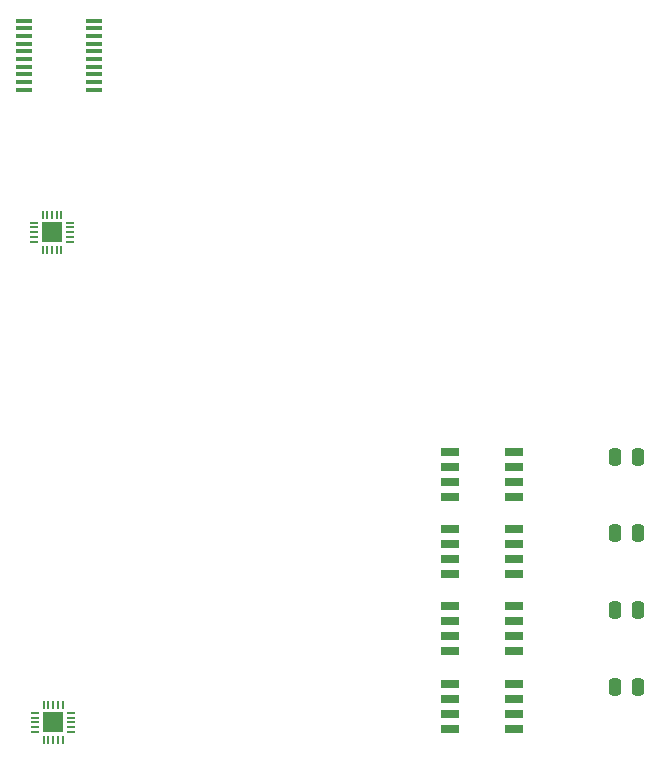
<source format=gtp>
%TF.GenerationSoftware,KiCad,Pcbnew,8.0.0*%
%TF.CreationDate,2024-04-16T18:42:12-05:00*%
%TF.ProjectId,BreakoutBoardPCB,42726561-6b6f-4757-9442-6f6172645043,rev?*%
%TF.SameCoordinates,Original*%
%TF.FileFunction,Paste,Top*%
%TF.FilePolarity,Positive*%
%FSLAX46Y46*%
G04 Gerber Fmt 4.6, Leading zero omitted, Abs format (unit mm)*
G04 Created by KiCad (PCBNEW 8.0.0) date 2024-04-16 18:42:12*
%MOMM*%
%LPD*%
G01*
G04 APERTURE LIST*
G04 Aperture macros list*
%AMRoundRect*
0 Rectangle with rounded corners*
0 $1 Rounding radius*
0 $2 $3 $4 $5 $6 $7 $8 $9 X,Y pos of 4 corners*
0 Add a 4 corners polygon primitive as box body*
4,1,4,$2,$3,$4,$5,$6,$7,$8,$9,$2,$3,0*
0 Add four circle primitives for the rounded corners*
1,1,$1+$1,$2,$3*
1,1,$1+$1,$4,$5*
1,1,$1+$1,$6,$7*
1,1,$1+$1,$8,$9*
0 Add four rect primitives between the rounded corners*
20,1,$1+$1,$2,$3,$4,$5,0*
20,1,$1+$1,$4,$5,$6,$7,0*
20,1,$1+$1,$6,$7,$8,$9,0*
20,1,$1+$1,$8,$9,$2,$3,0*%
G04 Aperture macros list end*
%ADD10C,0.164000*%
%ADD11R,0.800000X0.200000*%
%ADD12R,0.200000X0.800000*%
%ADD13R,1.800000X1.800000*%
%ADD14R,1.525000X0.650000*%
%ADD15R,1.475000X0.450000*%
%ADD16RoundRect,0.250000X-0.250000X-0.475000X0.250000X-0.475000X0.250000X0.475000X-0.250000X0.475000X0*%
G04 APERTURE END LIST*
D10*
X135500000Y-88000000D03*
X135000000Y-88000000D03*
X135500000Y-87500000D03*
X135000000Y-87500000D03*
D11*
X128000000Y-129800000D03*
X128000000Y-129400000D03*
X128000000Y-129000000D03*
X128000000Y-128600000D03*
X128000000Y-128200000D03*
D12*
X127300000Y-127500000D03*
X126900000Y-127500000D03*
X126500000Y-127500000D03*
X126100000Y-127500000D03*
X125700000Y-127500000D03*
D11*
X125000000Y-128200000D03*
X125000000Y-128600000D03*
X125000000Y-129000000D03*
X125000000Y-129400000D03*
X125000000Y-129800000D03*
D12*
X125700000Y-130500000D03*
X126100000Y-130500000D03*
X126500000Y-130500000D03*
X126900000Y-130500000D03*
X127300000Y-130500000D03*
D13*
X126500000Y-129000000D03*
D14*
X160076000Y-125730000D03*
X160076000Y-127000000D03*
X160076000Y-128270000D03*
X160076000Y-129540000D03*
X165500000Y-129540000D03*
X165500000Y-128270000D03*
X165500000Y-127000000D03*
X165500000Y-125730000D03*
X160076000Y-119180000D03*
X160076000Y-120450000D03*
X160076000Y-121720000D03*
X160076000Y-122990000D03*
X165500000Y-122990000D03*
X165500000Y-121720000D03*
X165500000Y-120450000D03*
X165500000Y-119180000D03*
X160076000Y-112630000D03*
X160076000Y-113900000D03*
X160076000Y-115170000D03*
X160076000Y-116440000D03*
X165500000Y-116440000D03*
X165500000Y-115170000D03*
X165500000Y-113900000D03*
X165500000Y-112630000D03*
X160076000Y-106080000D03*
X160076000Y-107350000D03*
X160076000Y-108620000D03*
X160076000Y-109890000D03*
X165500000Y-109890000D03*
X165500000Y-108620000D03*
X165500000Y-107350000D03*
X165500000Y-106080000D03*
D11*
X127900000Y-88300000D03*
X127900000Y-87900000D03*
X127900000Y-87500000D03*
X127900000Y-87100000D03*
X127900000Y-86700000D03*
D12*
X127200000Y-86000000D03*
X126800000Y-86000000D03*
X126400000Y-86000000D03*
X126000000Y-86000000D03*
X125600000Y-86000000D03*
D11*
X124900000Y-86700000D03*
X124900000Y-87100000D03*
X124900000Y-87500000D03*
X124900000Y-87900000D03*
X124900000Y-88300000D03*
D12*
X125600000Y-89000000D03*
X126000000Y-89000000D03*
X126400000Y-89000000D03*
X126800000Y-89000000D03*
X127200000Y-89000000D03*
D13*
X126400000Y-87500000D03*
D15*
X129938000Y-75425000D03*
X129938000Y-74775000D03*
X129938000Y-74125000D03*
X129938000Y-73475000D03*
X129938000Y-72825000D03*
X129938000Y-72175000D03*
X129938000Y-71525000D03*
X129938000Y-70875000D03*
X129938000Y-70225000D03*
X129938000Y-69575000D03*
X124062000Y-69575000D03*
X124062000Y-70225000D03*
X124062000Y-70875000D03*
X124062000Y-71525000D03*
X124062000Y-72175000D03*
X124062000Y-72825000D03*
X124062000Y-73475000D03*
X124062000Y-74125000D03*
X124062000Y-74775000D03*
X124062000Y-75425000D03*
D16*
X174100000Y-119500000D03*
X176000000Y-119500000D03*
X174100000Y-106500000D03*
X176000000Y-106500000D03*
X174100000Y-113000000D03*
X176000000Y-113000000D03*
X174100000Y-126000000D03*
X176000000Y-126000000D03*
M02*

</source>
